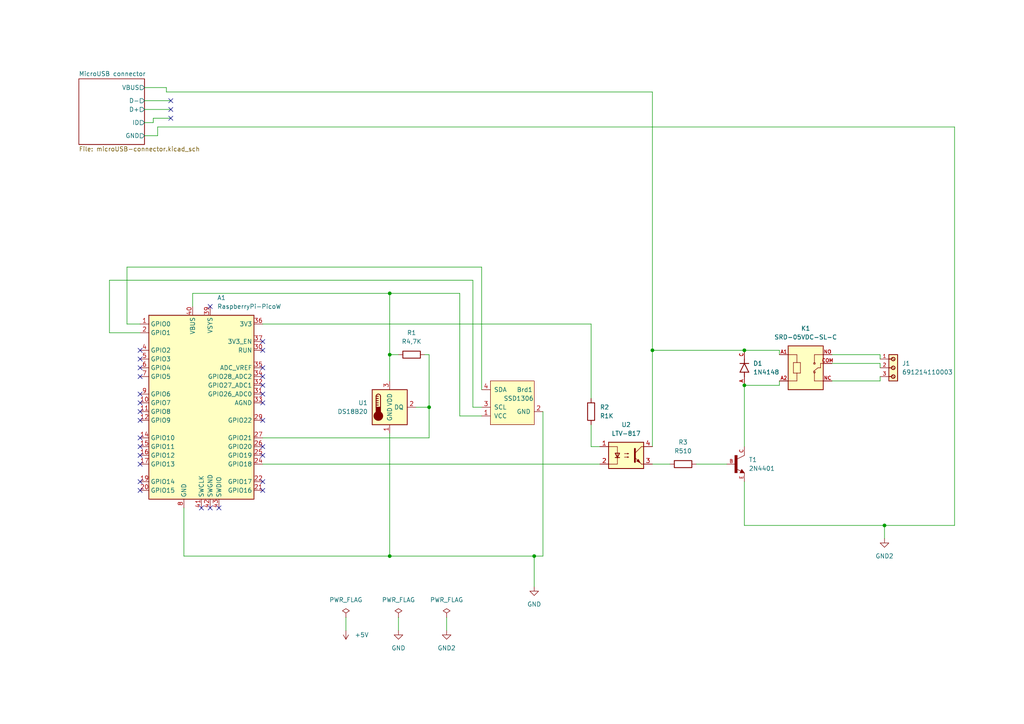
<source format=kicad_sch>
(kicad_sch (version 20211123) (generator eeschema)
  (paper "A4")
  (title_block (title "Smart Thermostat with Raspberry Pico W") (date "2023-01-29") (rev "1.0") (comment 1 "Author: Antal Varga"))
  (lib_symbols
    (symbol "1N4148:1N4148" (pin_names (offset 1.016))
      (property "Reference" "D" (at -3.8154 1.7551 0))
      (property "Value" "1N4148" (at -3.8173 -3.5883 0))
      (symbol "1N4148_0_0"
        (polyline (pts (xy -2.54 0) (xy -1.27 0)) (stroke (width 0.254)))
        (polyline (pts (xy -1.27 -1.27) (xy 1.27 0)) (stroke (width 0.254)))
        (polyline (pts (xy -1.27 0) (xy -1.27 -1.27)) (stroke (width 0.254)))
        (polyline (pts (xy -1.27 1.27) (xy -1.27 0)) (stroke (width 0.254)))
        (polyline (pts (xy 1.27 0) (xy -1.27 1.27)) (stroke (width 0.254)))
        (polyline (pts (xy 1.27 0) (xy 1.27 -1.27)) (stroke (width 0.254)))
        (polyline (pts (xy 1.27 0) (xy 2.54 0)) (stroke (width 0.254)))
        (polyline (pts (xy 1.27 1.27) (xy 1.27 0)) (stroke (width 0.254)))
        (pin passive line (at -5.08 0 0) (length 2.54) (name "~") (number "A"))
        (pin passive line (at 5.08 0 180) (length 2.54) (name "~") (number "C"))
      )
    )
    (symbol "2N4401:2N4401" (pin_names (offset 1.016))
      (property "Reference" "T" (at -10.1756 7.6317 0))
      (property "Value" "2N4401" (at -10.1606 5.0803 0))
      (symbol "2N4401_0_0"
        (rectangle (start -0.2543 -2.5427) (end 0.508 2.54) (stroke (width 0.1)) (fill (type outline)))
        (polyline (pts (xy 1.27 -2.54) (xy 1.778 -1.524)) (stroke (width 0.1524)))
        (polyline (pts (xy 1.524 -2.413) (xy 2.286 -2.413)) (stroke (width 0.254)))
        (polyline (pts (xy 1.524 -2.286) (xy 1.905 -2.286)) (stroke (width 0.254)))
        (polyline (pts (xy 1.54 -2.04) (xy 0.308 -1.424)) (stroke (width 0.1524)))
        (polyline (pts (xy 1.778 -1.778) (xy 1.524 -2.286)) (stroke (width 0.254)))
        (polyline (pts (xy 1.778 -1.524) (xy 2.54 -2.54)) (stroke (width 0.1524)))
        (polyline (pts (xy 1.905 -2.286) (xy 1.778 -2.032)) (stroke (width 0.254)))
        (polyline (pts (xy 2.286 -2.413) (xy 1.778 -1.778)) (stroke (width 0.254)))
        (polyline (pts (xy 2.54 -2.54) (xy 1.27 -2.54)) (stroke (width 0.1524)))
        (polyline (pts (xy 2.54 2.54) (xy 0.508 1.524)) (stroke (width 0.1524)))
        (pin passive line (at -2.54 0 0) (length 2.54) (name "~") (number "B"))
        (pin passive line (at 2.54 5.08 270) (length 2.54) (name "~") (number "C"))
        (pin passive line (at 2.54 -5.08 90) (length 2.54) (name "~") (number "E"))
      )
    )
    (symbol "691214110003:691214110003" (pin_names (offset 1.016))
      (property "Reference" "J" (at -4.88 -0.922 0))
      (property "Value" "691214110003" (at -4.83 -2.58 0))
      (symbol "691214110003_0_0"
        (rectangle (start -3.81 -2.54) (end 3.81 0) (stroke (width 0.254)) (fill (type background)))
        (circle (center -2.54 -1.27) (radius 0.508) (stroke (width 0.254)))
        (circle (center 0 -1.27) (radius 0.508) (stroke (width 0.254)))
        (polyline (pts (xy -2.54 -1.778) (xy -2.54 -2.54)) (stroke (width 0.254)))
        (polyline (pts (xy -2.286 -1.016) (xy -2.794 -1.524)) (stroke (width 0.1524)))
        (polyline (pts (xy 0 -1.778) (xy 0 -2.54)) (stroke (width 0.254)))
        (polyline (pts (xy 0.254 -1.016) (xy -0.254 -1.524)) (stroke (width 0.1524)))
        (polyline (pts (xy 2.54 -1.778) (xy 2.54 -2.54)) (stroke (width 0.254)))
        (polyline (pts (xy 2.794 -1.016) (xy 2.286 -1.524)) (stroke (width 0.1524)))
        (circle (center 2.54 -1.27) (radius 0.508) (stroke (width 0.254)))
        (pin passive line (at -2.54 -5.08 90) (length 2.54) (name "~") (number "1"))
        (pin passive line (at 0 -5.08 90) (length 2.54) (name "~") (number "2"))
        (pin passive line (at 2.54 -5.08 90) (length 2.54) (name "~") (number "3"))
      )
    )
    (symbol "Device:R" (pin_numbers hide) (pin_names (offset 0))
      (property "Reference" "R" (at 2.032 0 90))
      (property "Value" "R" (at 0 0 90))
      (symbol "R_0_1"
        (rectangle (start -1.016 -2.54) (end 1.016 2.54) (stroke (width 0.254)))
      )
      (symbol "R_1_1"
        (pin passive line (at 0 3.81 270) (length 1.27) (name "~") (number "1"))
        (pin passive line (at 0 -3.81 90) (length 1.27) (name "~") (number "2"))
      )
    )
    (symbol "Isolator:LTV-817" (pin_names (offset 1.016))
      (property "Reference" "U" (at -5.08 5.08 0))
      (property "Value" "LTV-817" (at 0 5.08 0))
      (symbol "LTV-817_0_1"
        (rectangle (start -5.08 3.81) (end 5.08 -3.81) (stroke (width 0.254)) (fill (type background)))
        (polyline (pts (xy -3.175 -0.635) (xy -1.905 -0.635)) (stroke (width 0.254)))
        (polyline (pts (xy 2.54 0.635) (xy 4.445 2.54)))
        (polyline (pts (xy 4.445 -2.54) (xy 2.54 -0.635)) (fill (type outline)))
        (polyline (pts (xy 4.445 -2.54) (xy 5.08 -2.54)))
        (polyline (pts (xy 4.445 2.54) (xy 5.08 2.54)))
        (polyline (pts (xy -5.08 2.54) (xy -2.54 2.54) (xy -2.54 -0.762)))
        (polyline (pts (xy -2.54 -0.635) (xy -2.54 -2.54) (xy -5.08 -2.54)))
        (polyline (pts (xy 2.54 1.905) (xy 2.54 -1.905) (xy 2.54 -1.905)) (stroke (width 0.508)))
        (polyline (pts (xy -2.54 -0.635) (xy -3.175 0.635) (xy -1.905 0.635) (xy -2.54 -0.635)) (stroke (width 0.254)))
        (polyline (pts (xy -0.508 -0.508) (xy 0.762 -0.508) (xy 0.381 -0.635) (xy 0.381 -0.381) (xy 0.762 -0.508)))
        (polyline (pts (xy -0.508 0.508) (xy 0.762 0.508) (xy 0.381 0.381) (xy 0.381 0.635) (xy 0.762 0.508)))
        (polyline (pts (xy 3.048 -1.651) (xy 3.556 -1.143) (xy 4.064 -2.159) (xy 3.048 -1.651) (xy 3.048 -1.651)) (fill (type outline)))
      )
      (symbol "LTV-817_1_1"
        (pin passive line (at -7.62 2.54 0) (length 2.54) (name "~") (number "1"))
        (pin passive line (at -7.62 -2.54 0) (length 2.54) (name "~") (number "2"))
        (pin passive line (at 7.62 -2.54 180) (length 2.54) (name "~") (number "3"))
        (pin passive line (at 7.62 2.54 180) (length 2.54) (name "~") (number "4"))
      )
    )
    (symbol "MCU_Module:RaspberryPi-PicoW"
      (property "Reference" "A" (at 0 17.78 0))
      (property "Value" "RaspberryPi-PicoW" (at 2.54 15.24 0))
      (symbol "RaspberryPi-PicoW_0_1"
        (rectangle (start -15.24 27.94) (end 15.24 -25.4) (stroke (width 0.254)) (fill (type background)))
      )
      (symbol "RaspberryPi-PicoW_1_1"
        (pin bidirectional line (at -17.78 25.4 0) (length 2.54) (name "GPIO0") (number "1"))
        (pin bidirectional line (at -17.78 2.54 0) (length 2.54) (name "GPIO7") (number "10"))
        (pin bidirectional line (at -17.78 0 0) (length 2.54) (name "GPIO8") (number "11"))
        (pin bidirectional line (at -17.78 -2.54 0) (length 2.54) (name "GPIO9") (number "12"))
        (pin passive line (at -5.08 -27.94 90) (length 2.54) hide (name "GND") (number "13"))
        (pin bidirectional line (at -17.78 -7.62 0) (length 2.54) (name "GPIO10") (number "14"))
        (pin bidirectional line (at -17.78 -10.16 0) (length 2.54) (name "GPIO11") (number "15"))
        (pin bidirectional line (at -17.78 -12.7 0) (length 2.54) (name "GPIO12") (number "16"))
        (pin bidirectional line (at -17.78 -15.24 0) (length 2.54) (name "GPIO13") (number "17"))
        (pin passive line (at -5.08 -27.94 90) (length 2.54) hide (name "GND") (number "18"))
        (pin bidirectional line (at -17.78 -20.32 0) (length 2.54) (name "GPIO14") (number "19"))
        (pin bidirectional line (at -17.78 22.86 0) (length 2.54) (name "GPIO1") (number "2"))
        (pin bidirectional line (at -17.78 -22.86 0) (length 2.54) (name "GPIO15") (number "20"))
        (pin bidirectional line (at 17.78 -22.86 180) (length 2.54) (name "GPIO16") (number "21"))
        (pin bidirectional line (at 17.78 -20.32 180) (length 2.54) (name "GPIO17") (number "22"))
        (pin passive line (at -5.08 -27.94 90) (length 2.54) hide (name "GND") (number "23"))
        (pin bidirectional line (at 17.78 -15.24 180) (length 2.54) (name "GPIO18") (number "24"))
        (pin bidirectional line (at 17.78 -12.7 180) (length 2.54) (name "GPIO19") (number "25"))
        (pin bidirectional line (at 17.78 -10.16 180) (length 2.54) (name "GPIO20") (number "26"))
        (pin bidirectional line (at 17.78 -7.62 180) (length 2.54) (name "GPIO21") (number "27"))
        (pin passive line (at -5.08 -27.94 90) (length 2.54) hide (name "GND") (number "28"))
        (pin bidirectional line (at 17.78 -2.54 180) (length 2.54) (name "GPIO22") (number "29"))
        (pin passive line (at -5.08 -27.94 90) (length 2.54) hide (name "GND") (number "3"))
        (pin input line (at 17.78 17.78 180) (length 2.54) (name "RUN") (number "30"))
        (pin bidirectional line (at 17.78 5.08 180) (length 2.54) (name "GPIO26_ADC0") (number "31"))
        (pin bidirectional line (at 17.78 7.62 180) (length 2.54) (name "GPIO27_ADC1") (number "32"))
        (pin power_in line (at 17.78 2.54 180) (length 2.54) (name "AGND") (number "33"))
        (pin bidirectional line (at 17.78 10.16 180) (length 2.54) (name "GPIO28_ADC2") (number "34"))
        (pin power_in line (at 17.78 12.7 180) (length 2.54) (name "ADC_VREF") (number "35"))
        (pin power_out line (at 17.78 25.4 180) (length 2.54) (name "3V3") (number "36"))
        (pin input line (at 17.78 20.32 180) (length 2.54) (name "3V3_EN") (number "37"))
        (pin passive line (at -5.08 -27.94 90) (length 2.54) hide (name "GND") (number "38"))
        (pin power_out line (at 2.54 30.48 270) (length 2.54) (name "VSYS") (number "39"))
        (pin bidirectional line (at -17.78 17.78 0) (length 2.54) (name "GPIO2") (number "4"))
        (pin power_out line (at -2.54 30.48 270) (length 2.54) (name "VBUS") (number "40"))
        (pin input line (at 0 -27.94 90) (length 2.54) (name "SWCLK") (number "41"))
        (pin power_in line (at 2.54 -27.94 90) (length 2.54) (name "SWGND") (number "42"))
        (pin bidirectional line (at 5.08 -27.94 90) (length 2.54) (name "SWDIO") (number "43"))
        (pin bidirectional line (at -17.78 15.24 0) (length 2.54) (name "GPIO3") (number "5"))
        (pin bidirectional line (at -17.78 12.7 0) (length 2.54) (name "GPIO4") (number "6"))
        (pin bidirectional line (at -17.78 10.16 0) (length 2.54) (name "GPIO5") (number "7"))
        (pin power_in line (at -5.08 -27.94 90) (length 2.54) (name "GND") (number "8"))
        (pin bidirectional line (at -17.78 5.08 0) (length 2.54) (name "GPIO6") (number "9"))
      )
    )
    (symbol "SRD-05VDC-SL-C:SRD-05VDC-SL-C" (pin_names (offset 1.016))
      (property "Reference" "K" (at -5.0809 5.843 0))
      (property "Value" "SRD-05VDC-SL-C" (at -5.0832 -10.1664 0))
      (symbol "SRD-05VDC-SL-C_0_0"
        (rectangle (start -5.08 -7.62) (end 5.08 5.08) (stroke (width 0.254)) (fill (type background)))
        (polyline (pts (xy -5.08 2.54) (xy -2.54 2.54)) (stroke (width 0.1524)))
        (polyline (pts (xy -3.556 -2.794) (xy -2.54 -2.794)) (stroke (width 0.1524)))
        (polyline (pts (xy -3.556 0.254) (xy -3.556 -2.794)) (stroke (width 0.1524)))
        (polyline (pts (xy -2.54 -5.08) (xy -5.08 -5.08)) (stroke (width 0.1524)))
        (polyline (pts (xy -2.54 -2.794) (xy -2.54 -5.08)) (stroke (width 0.1524)))
        (polyline (pts (xy -2.54 -2.794) (xy -1.524 -2.794)) (stroke (width 0.1524)))
        (polyline (pts (xy -2.54 0.254) (xy -3.556 0.254)) (stroke (width 0.1524)))
        (polyline (pts (xy -2.54 2.54) (xy -2.54 0.254)) (stroke (width 0.1524)))
        (polyline (pts (xy -1.524 -2.794) (xy -1.524 0.254)) (stroke (width 0.1524)))
        (polyline (pts (xy -1.524 0.254) (xy -2.54 0.254)) (stroke (width 0.1524)))
        (polyline (pts (xy 2.54 -5.08) (xy 5.08 -5.08)) (stroke (width 0.1524)))
        (polyline (pts (xy 2.54 -2.54) (xy 2.54 -5.08)) (stroke (width 0.1524)))
        (polyline (pts (xy 2.54 2.54) (xy 2.54 0)) (stroke (width 0.1524)))
        (polyline (pts (xy 3.556 -1.27) (xy 2.286 -2.286)) (stroke (width 0.1524)))
        (polyline (pts (xy 3.556 -1.27) (xy 4.318 -1.27)) (stroke (width 0.1524)))
        (polyline (pts (xy 4.318 -1.27) (xy 4.318 0)) (stroke (width 0.1524)))
        (polyline (pts (xy 4.318 0) (xy 5.08 0)) (stroke (width 0.1524)))
        (polyline (pts (xy 5.08 2.54) (xy 2.54 2.54)) (stroke (width 0.1524)))
        (circle (center 2.54 -2.54) (radius 0.254) (stroke (width 0.1524)))
        (circle (center 2.54 0) (radius 0.254) (stroke (width 0.1524)))
        (pin passive line (at -7.62 2.54 0) (length 2.54) (name "~") (number "A1"))
        (pin passive line (at -7.62 -5.08 0) (length 2.54) (name "~") (number "A2"))
        (pin passive line (at 7.62 0 180) (length 2.54) (name "~") (number "COM"))
        (pin passive line (at 7.62 -5.08 180) (length 2.54) (name "~") (number "NC"))
        (pin passive line (at 7.62 2.54 180) (length 2.54) (name "~") (number "NO"))
      )
    )
    (symbol "SSD1306-128x64_OLED:SSD1306" (pin_names (offset 1.016))
      (property "Reference" "Brd1" (at 3.81 -1.27 90))
      (property "Value" "SSD1306" (at 1.27 2.54 90))
      (symbol "SSD1306_0_1"
        (rectangle (start -6.35 6.35) (end 6.35 -6.35) (fill (type background)))
      )
      (symbol "SSD1306_1_1"
        (pin input line (at -3.81 8.89 270) (length 2.54) (name "VCC") (number "1"))
        (pin input line (at -2.54 -8.89 90) (length 2.54) (name "GND") (number "2"))
        (pin input line (at -1.27 8.89 270) (length 2.54) (name "SCL") (number "3"))
        (pin input line (at 3.81 8.89 270) (length 2.54) (name "SDA") (number "4"))
      )
    )
    (symbol "Sensor_Temperature:DS18B20" (pin_names (offset 1.016))
      (property "Reference" "U" (at -3.81 6.35 0))
      (property "Value" "DS18B20" (at 6.35 6.35 0))
      (symbol "DS18B20_0_1"
        (rectangle (start -5.08 5.08) (end 5.08 -5.08) (stroke (width 0.254)) (fill (type background)))
        (circle (center -3.302 -2.54) (radius 1.27) (stroke (width 0.254)) (fill (type outline)))
        (rectangle (start -2.667 -1.905) (end -3.937 0) (stroke (width 0.254)) (fill (type outline)))
        (arc (start -2.667 3.175) (mid -3.302 3.81) (end -3.937 3.175) (stroke (width 0.254)))
        (polyline (pts (xy -3.937 0.635) (xy -3.302 0.635)) (stroke (width 0.254)))
        (polyline (pts (xy -3.937 1.27) (xy -3.302 1.27)) (stroke (width 0.254)))
        (polyline (pts (xy -3.937 1.905) (xy -3.302 1.905)) (stroke (width 0.254)))
        (polyline (pts (xy -3.937 2.54) (xy -3.302 2.54)) (stroke (width 0.254)))
        (polyline (pts (xy -3.937 3.175) (xy -3.937 0)) (stroke (width 0.254)))
        (polyline (pts (xy -3.937 3.175) (xy -3.302 3.175)) (stroke (width 0.254)))
        (polyline (pts (xy -2.667 3.175) (xy -2.667 0)) (stroke (width 0.254)))
      )
      (symbol "DS18B20_1_1"
        (pin power_in line (at 0 -7.62 90) (length 2.54) (name "GND") (number "1"))
        (pin bidirectional line (at 7.62 0 180) (length 2.54) (name "DQ") (number "2"))
        (pin power_in line (at 0 7.62 270) (length 2.54) (name "VDD") (number "3"))
      )
    )
    (symbol "power:+5V" (power) (pin_names (offset 0))
      (property "Value" "+5V" (at 0 3.556 0))
      (symbol "+5V_0_1"
        (polyline (pts (xy -0.762 1.27) (xy 0 2.54)))
        (polyline (pts (xy 0 0) (xy 0 2.54)))
        (polyline (pts (xy 0 2.54) (xy 0.762 1.27)))
      )
      (symbol "+5V_1_1"
        (pin power_in line (at 0 0 90) (length 0) hide (name "+5V") (number "1"))
      )
    )
    (symbol "power:GND" (power) (pin_names (offset 0))
      (property "Value" "GND" (at 0 -3.81 0))
      (symbol "GND_0_1"
        (polyline (pts (xy 0 0) (xy 0 -1.27) (xy 1.27 -1.27) (xy 0 -2.54) (xy -1.27 -1.27) (xy 0 -1.27)))
      )
      (symbol "GND_1_1"
        (pin power_in line (at 0 0 270) (length 0) hide (name "GND") (number "1"))
      )
    )
    (symbol "power:GND2" (power) (pin_names (offset 0))
      (property "Value" "GND2" (at 0 -3.81 0))
      (symbol "GND2_0_1"
        (polyline (pts (xy 0 0) (xy 0 -1.27) (xy 1.27 -1.27) (xy 0 -2.54) (xy -1.27 -1.27) (xy 0 -1.27)))
      )
      (symbol "GND2_1_1"
        (pin power_in line (at 0 0 270) (length 0) hide (name "GND2") (number "1"))
      )
    )
    (symbol "power:PWR_FLAG" (power) (pin_numbers hide) (pin_names (offset 0) hide)
      (property "Value" "PWR_FLAG" (at 0 3.81 0))
      (symbol "PWR_FLAG_0_0"
        (pin power_out line (at 0 0 90) (length 0) (name "pwr") (number "1"))
      )
      (symbol "PWR_FLAG_0_1"
        (polyline (pts (xy 0 0) (xy 0 1.27) (xy -1.016 1.905) (xy 0 2.54) (xy 1.016 1.905) (xy 0 1.27)))
      )
    )
  )
  (junction (at 113.03 161.29))
  (junction (at 256.54 152.4))
  (junction (at 189.23 101.6))
  (junction (at 113.03 102.87))
  (junction (at 154.94 161.29))
  (junction (at 113.03 85.09))
  (junction (at 124.46 118.11))
  (junction (at 215.9 101.6))
  (junction (at 215.9 111.76))
  (no_connect (at 40.64 142.24))
  (no_connect (at 60.96 88.9))
  (no_connect (at 76.2 132.08))
  (no_connect (at 49.53 29.21))
  (no_connect (at 49.53 31.75))
  (no_connect (at 49.53 34.29))
  (no_connect (at 76.2 142.24))
  (no_connect (at 76.2 139.7))
  (no_connect (at 76.2 129.54))
  (no_connect (at 76.2 116.84))
  (no_connect (at 76.2 114.3))
  (no_connect (at 76.2 121.92))
  (no_connect (at 76.2 111.76))
  (no_connect (at 76.2 99.06))
  (no_connect (at 76.2 101.6))
  (no_connect (at 76.2 106.68))
  (no_connect (at 76.2 109.22))
  (no_connect (at 40.64 139.7))
  (no_connect (at 40.64 134.62))
  (no_connect (at 40.64 132.08))
  (no_connect (at 40.64 129.54))
  (no_connect (at 40.64 127))
  (no_connect (at 40.64 121.92))
  (no_connect (at 40.64 116.84))
  (no_connect (at 40.64 114.3))
  (no_connect (at 40.64 109.22))
  (no_connect (at 40.64 106.68))
  (no_connect (at 40.64 101.6))
  (no_connect (at 40.64 104.14))
  (no_connect (at 40.64 119.38))
  (no_connect (at 60.96 147.32))
  (no_connect (at 58.42 147.32))
  (no_connect (at 63.5 147.32))
  (wire (pts (xy 129.54 179.07) (xy 129.54 182.88)))
  (wire (pts (xy 115.57 179.07) (xy 115.57 182.88)))
  (wire (pts (xy 100.33 179.07) (xy 100.33 182.88)))
  (wire (pts (xy 48.26 26.67) (xy 189.23 26.67)))
  (wire (pts (xy 41.91 31.75) (xy 49.53 31.75)))
  (wire (pts (xy 139.7 77.47) (xy 139.7 113.03)))
  (wire (pts (xy 53.34 147.32) (xy 53.34 161.29)))
  (wire (pts (xy 139.7 120.65) (xy 133.35 120.65)))
  (wire (pts (xy 44.45 35.56) (xy 41.91 35.56)))
  (wire (pts (xy 45.72 36.83) (xy 45.72 39.37)))
  (wire (pts (xy 44.45 34.29) (xy 44.45 35.56)))
  (wire (pts (xy 276.86 152.4) (xy 256.54 152.4)))
  (wire (pts (xy 171.45 123.19) (xy 171.45 129.54)))
  (wire (pts (xy 55.88 88.9) (xy 55.88 85.09)))
  (wire (pts (xy 113.03 85.09) (xy 113.03 102.87)))
  (wire (pts (xy 55.88 85.09) (xy 113.03 85.09)))
  (wire (pts (xy 241.3 110.49) (xy 255.27 110.49)))
  (wire (pts (xy 124.46 102.87) (xy 124.46 118.11)))
  (wire (pts (xy 276.86 36.83) (xy 276.86 152.4)))
  (wire (pts (xy 189.23 101.6) (xy 189.23 129.54)))
  (wire (pts (xy 124.46 127) (xy 76.2 127)))
  (wire (pts (xy 49.53 34.29) (xy 44.45 34.29)))
  (wire (pts (xy 48.26 25.4) (xy 41.91 25.4)))
  (wire (pts (xy 255.27 105.41) (xy 255.27 106.68)))
  (wire (pts (xy 113.03 102.87) (xy 113.03 110.49)))
  (wire (pts (xy 137.16 81.28) (xy 137.16 118.11)))
  (wire (pts (xy 76.2 93.98) (xy 171.45 93.98)))
  (wire (pts (xy 255.27 110.49) (xy 255.27 109.22)))
  (wire (pts (xy 113.03 161.29) (xy 154.94 161.29)))
  (wire (pts (xy 48.26 26.67) (xy 48.26 25.4)))
  (wire (pts (xy 157.48 119.38) (xy 157.48 161.29)))
  (wire (pts (xy 215.9 111.76) (xy 215.9 129.54)))
  (wire (pts (xy 215.9 152.4) (xy 256.54 152.4)))
  (wire (pts (xy 215.9 101.6) (xy 226.06 101.6)))
  (wire (pts (xy 157.48 161.29) (xy 154.94 161.29)))
  (wire (pts (xy 113.03 102.87) (xy 115.57 102.87)))
  (wire (pts (xy 215.9 152.4) (xy 215.9 139.7)))
  (wire (pts (xy 36.83 77.47) (xy 139.7 77.47)))
  (wire (pts (xy 255.27 102.87) (xy 255.27 104.14)))
  (wire (pts (xy 45.72 39.37) (xy 41.91 39.37)))
  (wire (pts (xy 133.35 85.09) (xy 133.35 120.65)))
  (wire (pts (xy 255.27 102.87) (xy 241.3 102.87)))
  (wire (pts (xy 41.91 29.21) (xy 49.53 29.21)))
  (wire (pts (xy 120.65 118.11) (xy 124.46 118.11)))
  (wire (pts (xy 201.93 134.62) (xy 210.82 134.62)))
  (wire (pts (xy 139.7 118.11) (xy 137.16 118.11)))
  (wire (pts (xy 189.23 134.62) (xy 194.31 134.62)))
  (wire (pts (xy 189.23 26.67) (xy 189.23 101.6)))
  (wire (pts (xy 113.03 125.73) (xy 113.03 161.29)))
  (wire (pts (xy 31.75 96.52) (xy 40.64 96.52)))
  (wire (pts (xy 256.54 152.4) (xy 256.54 156.21)))
  (wire (pts (xy 124.46 102.87) (xy 123.19 102.87)))
  (wire (pts (xy 31.75 81.28) (xy 31.75 96.52)))
  (wire (pts (xy 241.3 105.41) (xy 255.27 105.41)))
  (wire (pts (xy 45.72 36.83) (xy 276.86 36.83)))
  (wire (pts (xy 36.83 93.98) (xy 40.64 93.98)))
  (wire (pts (xy 189.23 101.6) (xy 215.9 101.6)))
  (wire (pts (xy 133.35 85.09) (xy 113.03 85.09)))
  (wire (pts (xy 215.9 111.76) (xy 226.06 111.76)))
  (wire (pts (xy 171.45 115.57) (xy 171.45 93.98)))
  (wire (pts (xy 226.06 111.76) (xy 226.06 110.49)))
  (wire (pts (xy 53.34 161.29) (xy 113.03 161.29)))
  (wire (pts (xy 36.83 77.47) (xy 36.83 93.98)))
  (wire (pts (xy 154.94 161.29) (xy 154.94 170.18)))
  (wire (pts (xy 124.46 118.11) (xy 124.46 127)))
  (wire (pts (xy 226.06 102.87) (xy 226.06 101.6)))
  (wire (pts (xy 76.2 134.62) (xy 173.99 134.62)))
  (wire (pts (xy 171.45 129.54) (xy 173.99 129.54)))
  (wire (pts (xy 31.75 81.28) (xy 137.16 81.28)))
  (symbol (lib_id "1N4148:1N4148") (at 215.9 106.68 90) (unit 1)
    (property "Reference" "D1" (at 218.44 105.4099 90) (effects (justify right)))
    (property "Value" "1N4148" (at 218.44 107.9499 90) (effects (justify right)))
    (property "Footprint" "1N4148:DIOAD829W49L456D191" (effects hide))
    (property "DESCRIPTION" "Diode Small Signal Switching 100V 0.3A 2-Pin DO-35" (effects hide))
    (property "MF" "MICROSS/On Semiconductor" (effects hide))
    (property "AVAILABILITY" "Unavailable" (effects hide))
    (property "MP" "1N4148" (effects hide))
    (property "PRICE" "None" (effects hide))
    (property "STANDARD" "IPC-7251" (effects hide))
    (property "PACKAGE" "DO-35 Vishay" (effects hide))
  )
  (symbol (lib_id "2N4401:2N4401") (at 213.36 134.62 0) (unit 1)
    (property "Reference" "T1" (at 217.17 133.3499 0) (effects (justify left)))
    (property "Value" "2N4401" (at 217.17 135.8899 0) (effects (justify left)))
  )
  (symbol (lib_id "691214110003:691214110003") (at 260.35 106.68 270) (unit 1)
    (property "Reference" "J1" (at 261.62 105.4099 90) (effects (justify left)))
    (property "Value" "691214110003" (at 261.62 107.9499 90) (effects (justify left)))
    (property "TYPE" "Horizontal" (effects hide))
    (property "DATASHEET-URL" "https://www.we-online.com/catalog/datasheet/691214110003.pdf" (effects hide))
    (property "WORKING-VOLTAGE-UL" "300V (AC)" (effects hide))
    (property "WIRE" "24 to 16 (AWG) 0.205 to 1.31 (mm²)" (effects hide))
    (property "PINS" "3" (effects hide))
    (property "IR-UL" "10A" (effects hide))
    (property "MOUNT" "THT" (effects hide))
    (property "PART-NUMBER" "691214110003" (effects hide))
    (property "PITCH" "3.5mm" (effects hide))
  )
  (symbol (lib_id "power:PWR_FLAG") (at 129.54 179.07 0) (unit 1)
    (property "Reference" "#FLG0102" (effects hide))
    (property "Value" "PWR_FLAG" (at 129.54 173.99 0))
  )
  (symbol (lib_id "power:GND2") (at 129.54 182.88 0) (unit 1)
    (property "Reference" "#PWR0105" (effects hide))
    (property "Value" "GND2" (at 129.54 187.96 0))
  )
  (symbol (lib_id "Device:R") (at 119.38 102.87 90) (unit 1)
    (property "Reference" "R1" (at 119.38 96.52 90))
    (property "Value" "R4,7K" (at 119.38 99.06 90))
    (property "Footprint" "Resistor_THT:R_Axial_DIN0207_L6.3mm_D2.5mm_P10.16mm_Horizontal" (effects hide))
  )
  (symbol (lib_id "Sensor_Temperature:DS18B20") (at 113.03 118.11 0) (unit 1)
    (property "Reference" "U1" (at 106.68 116.8399 0) (effects (justify right)))
    (property "Value" "DS18B20" (at 106.68 119.3799 0) (effects (justify right)))
    (property "Footprint" "DS18B20:TO-92" (effects hide))
    (property "Datasheet" "http://datasheets.maximintegrated.com/en/ds/DS18B20.pdf" (effects hide))
  )
  (symbol (lib_id "power:GND") (at 154.94 170.18 0) (unit 1)
    (property "Reference" "#PWR0102" (effects hide))
    (property "Value" "GND" (at 154.94 175.26 0))
  )
  (symbol (lib_id "Device:R") (at 198.12 134.62 90) (unit 1)
    (property "Reference" "R3" (at 198.12 128.27 90))
    (property "Value" "R510" (at 198.12 130.81 90))
    (property "Footprint" "Resistor_THT:R_Axial_DIN0207_L6.3mm_D2.5mm_P10.16mm_Horizontal" (effects hide))
  )
  (symbol (lib_id "power:PWR_FLAG") (at 100.33 179.07 0) (unit 1)
    (property "Reference" "#FLG0101" (effects hide))
    (property "Value" "PWR_FLAG" (at 100.33 173.99 0))
  )
  (symbol (lib_id "power:PWR_FLAG") (at 115.57 179.07 0) (unit 1)
    (property "Reference" "#FLG0103" (effects hide))
    (property "Value" "PWR_FLAG" (at 115.57 173.99 0))
  )
  (symbol (lib_id "power:GND2") (at 256.54 156.21 0) (unit 1)
    (property "Reference" "#PWR0101" (effects hide))
    (property "Value" "GND2" (at 256.54 161.29 0))
  )
  (symbol (lib_id "MCU_Module:RaspberryPi-PicoW") (at 58.42 119.38 0) (unit 1)
    (property "Reference" "A1" (at 62.9794 86.36 0) (effects (justify left)))
    (property "Value" "RaspberryPi-PicoW" (at 62.9794 88.9 0) (effects (justify left)))
    (property "Footprint" "RPi_Pico:RPi_PicoW_SMD_TH" (effects hide))
    (property "Datasheet" "https://datasheets.raspberrypi.com/picow/pico-w-datasheet.pdf" (effects hide))
  )
  (symbol (lib_id "SRD-05VDC-SL-C:SRD-05VDC-SL-C") (at 233.68 105.41 0) (unit 1)
    (property "Reference" "K1" (at 233.68 95.25 0))
    (property "Value" "SRD-05VDC-SL-C" (at 233.68 97.79 0))
    (property "STANDARD" "IPC-7251" (effects hide))
    (property "MANUFACTURER" "SONGLE RELAY" (effects hide))
  )
  (symbol (lib_id "power:+5V") (at 100.33 182.88 180) (unit 1)
    (property "Reference" "#PWR0104" (effects hide))
    (property "Value" "+5V" (at 102.87 184.1499 0) (effects (justify right)))
  )
  (symbol (lib_id "SSD1306-128x64_OLED:SSD1306") (at 148.59 116.84 90) (unit 1)
    (property "Reference" "Brd1" (at 149.86 113.03 90) (effects (justify right)))
    (property "Value" "SSD1306" (at 146.05 115.57 90) (effects (justify right)))
    (property "Footprint" "SSD1306:128x64OLED" (effects hide))
  )
  (symbol (lib_id "Isolator:LTV-817") (at 181.61 132.08 0) (unit 1)
    (property "Reference" "U2" (at 181.61 123.19 0))
    (property "Value" "LTV-817" (at 181.61 125.73 0))
    (property "Footprint" "Package_DIP:DIP-4_W7.62mm" (effects hide))
    (property "Datasheet" "http://www.us.liteon.com/downloads/LTV-817-827-847.PDF" (effects hide))
  )
  (symbol (lib_id "Device:R") (at 171.45 119.38 0) (unit 1)
    (property "Reference" "R2" (at 173.99 118.1099 0) (effects (justify left)))
    (property "Value" "R1K" (at 173.99 120.6499 0) (effects (justify left)))
    (property "Footprint" "Resistor_THT:R_Axial_DIN0207_L6.3mm_D2.5mm_P10.16mm_Horizontal" (effects hide))
  )
  (symbol (lib_id "power:GND") (at 115.57 182.88 0) (unit 1)
    (property "Reference" "#PWR0106" (effects hide))
    (property "Value" "GND" (at 115.57 187.96 0))
  )
  (sheet (at 22.86 22.86) (size 19.05 19.05) (stroke (width 0.1524))
    (property "Sheet name" "MicroUSB connector" (at 22.86 22.1484 0) (effects (justify left bottom)))
    (property "Sheet file" "microUSB-connector.kicad_sch" (at 22.86 42.4946 0) (effects (justify left top)))
    (pin "VBUS" output (at 41.91 25.4 0))
    (pin "D-" output (at 41.91 29.21 0))
    (pin "GND" output (at 41.91 39.37 0))
    (pin "ID" output (at 41.91 35.56 0))
    (pin "D+" output (at 41.91 31.75 0))
  )
)
</source>
